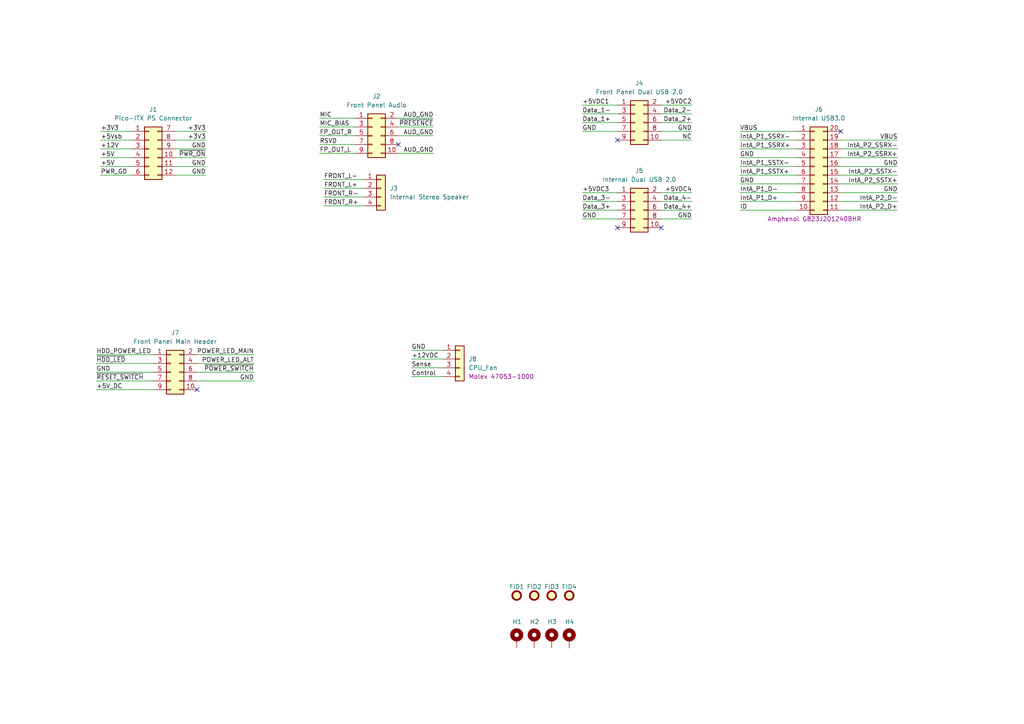
<source format=kicad_sch>
(kicad_sch (version 20230121) (generator eeschema)
  (paper "A4")
  (title_block (title "${boardName}") (rev "${revision}") (comment 8 "${reference}") (comment 9 "${designer}"))
  (lib_symbols
    (symbol "Connector_Generic:Conn_01x04" (pin_names (offset 1.016) hide)
      (property "Reference" "J" (at 0 5.08 0))
      (property "Value" "Conn_01x04" (at 0 -7.62 0))
      (symbol "Conn_01x04_1_1"
        (rectangle (start -1.27 -4.953) (end 0 -5.207) (stroke (width 0.1524)))
        (rectangle (start -1.27 -2.413) (end 0 -2.667) (stroke (width 0.1524)))
        (rectangle (start -1.27 0.127) (end 0 -0.127) (stroke (width 0.1524)))
        (rectangle (start -1.27 2.667) (end 0 2.413) (stroke (width 0.1524)))
        (rectangle (start -1.27 3.81) (end 1.27 -6.35) (stroke (width 0.254)) (fill (type background)))
        (pin passive line (at -5.08 2.54 0) (length 3.81) (name "Pin_1") (number "1"))
        (pin passive line (at -5.08 0 0) (length 3.81) (name "Pin_2") (number "2"))
        (pin passive line (at -5.08 -2.54 0) (length 3.81) (name "Pin_3") (number "3"))
        (pin passive line (at -5.08 -5.08 0) (length 3.81) (name "Pin_4") (number "4"))
      )
    )
    (symbol "Connector_Generic:Conn_02x05_Odd_Even" (pin_names (offset 1.016) hide)
      (property "Reference" "J" (at 1.27 7.62 0))
      (property "Value" "Conn_02x05_Odd_Even" (at 1.27 -7.62 0))
      (symbol "Conn_02x05_Odd_Even_1_1"
        (rectangle (start -1.27 -4.953) (end 0 -5.207) (stroke (width 0.1524)))
        (rectangle (start -1.27 -2.413) (end 0 -2.667) (stroke (width 0.1524)))
        (rectangle (start -1.27 0.127) (end 0 -0.127) (stroke (width 0.1524)))
        (rectangle (start -1.27 2.667) (end 0 2.413) (stroke (width 0.1524)))
        (rectangle (start -1.27 5.207) (end 0 4.953) (stroke (width 0.1524)))
        (rectangle (start -1.27 6.35) (end 3.81 -6.35) (stroke (width 0.254)) (fill (type background)))
        (rectangle (start 3.81 -4.953) (end 2.54 -5.207) (stroke (width 0.1524)))
        (rectangle (start 3.81 -2.413) (end 2.54 -2.667) (stroke (width 0.1524)))
        (rectangle (start 3.81 0.127) (end 2.54 -0.127) (stroke (width 0.1524)))
        (rectangle (start 3.81 2.667) (end 2.54 2.413) (stroke (width 0.1524)))
        (rectangle (start 3.81 5.207) (end 2.54 4.953) (stroke (width 0.1524)))
        (pin passive line (at -5.08 5.08 0) (length 3.81) (name "Pin_1") (number "1"))
        (pin passive line (at 7.62 -5.08 180) (length 3.81) (name "Pin_10") (number "10"))
        (pin passive line (at 7.62 5.08 180) (length 3.81) (name "Pin_2") (number "2"))
        (pin passive line (at -5.08 2.54 0) (length 3.81) (name "Pin_3") (number "3"))
        (pin passive line (at 7.62 2.54 180) (length 3.81) (name "Pin_4") (number "4"))
        (pin passive line (at -5.08 0 0) (length 3.81) (name "Pin_5") (number "5"))
        (pin passive line (at 7.62 0 180) (length 3.81) (name "Pin_6") (number "6"))
        (pin passive line (at -5.08 -2.54 0) (length 3.81) (name "Pin_7") (number "7"))
        (pin passive line (at 7.62 -2.54 180) (length 3.81) (name "Pin_8") (number "8"))
        (pin passive line (at -5.08 -5.08 0) (length 3.81) (name "Pin_9") (number "9"))
      )
    )
    (symbol "Connector_Generic:Conn_02x06_Top_Bottom" (pin_names (offset 1.016) hide)
      (property "Reference" "J" (at 1.27 7.62 0))
      (property "Value" "Conn_02x06_Top_Bottom" (at 1.27 -10.16 0))
      (symbol "Conn_02x06_Top_Bottom_1_1"
        (rectangle (start -1.27 -7.493) (end 0 -7.747) (stroke (width 0.1524)))
        (rectangle (start -1.27 -4.953) (end 0 -5.207) (stroke (width 0.1524)))
        (rectangle (start -1.27 -2.413) (end 0 -2.667) (stroke (width 0.1524)))
        (rectangle (start -1.27 0.127) (end 0 -0.127) (stroke (width 0.1524)))
        (rectangle (start -1.27 2.667) (end 0 2.413) (stroke (width 0.1524)))
        (rectangle (start -1.27 5.207) (end 0 4.953) (stroke (width 0.1524)))
        (rectangle (start -1.27 6.35) (end 3.81 -8.89) (stroke (width 0.254)) (fill (type background)))
        (rectangle (start 3.81 -7.493) (end 2.54 -7.747) (stroke (width 0.1524)))
        (rectangle (start 3.81 -4.953) (end 2.54 -5.207) (stroke (width 0.1524)))
        (rectangle (start 3.81 -2.413) (end 2.54 -2.667) (stroke (width 0.1524)))
        (rectangle (start 3.81 0.127) (end 2.54 -0.127) (stroke (width 0.1524)))
        (rectangle (start 3.81 2.667) (end 2.54 2.413) (stroke (width 0.1524)))
        (rectangle (start 3.81 5.207) (end 2.54 4.953) (stroke (width 0.1524)))
        (pin passive line (at -5.08 5.08 0) (length 3.81) (name "Pin_1") (number "1"))
        (pin passive line (at 7.62 -2.54 180) (length 3.81) (name "Pin_10") (number "10"))
        (pin passive line (at 7.62 -5.08 180) (length 3.81) (name "Pin_11") (number "11"))
        (pin passive line (at 7.62 -7.62 180) (length 3.81) (name "Pin_12") (number "12"))
        (pin passive line (at -5.08 2.54 0) (length 3.81) (name "Pin_2") (number "2"))
        (pin passive line (at -5.08 0 0) (length 3.81) (name "Pin_3") (number "3"))
        (pin passive line (at -5.08 -2.54 0) (length 3.81) (name "Pin_4") (number "4"))
        (pin passive line (at -5.08 -5.08 0) (length 3.81) (name "Pin_5") (number "5"))
        (pin passive line (at -5.08 -7.62 0) (length 3.81) (name "Pin_6") (number "6"))
        (pin passive line (at 7.62 5.08 180) (length 3.81) (name "Pin_7") (number "7"))
        (pin passive line (at 7.62 2.54 180) (length 3.81) (name "Pin_8") (number "8"))
        (pin passive line (at 7.62 0 180) (length 3.81) (name "Pin_9") (number "9"))
      )
    )
    (symbol "Connector_Generic:Conn_02x10_Counter_Clockwise" (pin_names (offset 1.016) hide)
      (property "Reference" "J" (at 1.27 12.7 0))
      (property "Value" "Conn_02x10_Counter_Clockwise" (at 1.27 -15.24 0))
      (symbol "Conn_02x10_Counter_Clockwise_1_1"
        (rectangle (start -1.27 -12.573) (end 0 -12.827) (stroke (width 0.1524)))
        (rectangle (start -1.27 -10.033) (end 0 -10.287) (stroke (width 0.1524)))
        (rectangle (start -1.27 -7.493) (end 0 -7.747) (stroke (width 0.1524)))
        (rectangle (start -1.27 -4.953) (end 0 -5.207) (stroke (width 0.1524)))
        (rectangle (start -1.27 -2.413) (end 0 -2.667) (stroke (width 0.1524)))
        (rectangle (start -1.27 0.127) (end 0 -0.127) (stroke (width 0.1524)))
        (rectangle (start -1.27 2.667) (end 0 2.413) (stroke (width 0.1524)))
        (rectangle (start -1.27 5.207) (end 0 4.953) (stroke (width 0.1524)))
        (rectangle (start -1.27 7.747) (end 0 7.493) (stroke (width 0.1524)))
        (rectangle (start -1.27 10.287) (end 0 10.033) (stroke (width 0.1524)))
        (rectangle (start -1.27 11.43) (end 3.81 -13.97) (stroke (width 0.254)) (fill (type background)))
        (rectangle (start 3.81 -12.573) (end 2.54 -12.827) (stroke (width 0.1524)))
        (rectangle (start 3.81 -10.033) (end 2.54 -10.287) (stroke (width 0.1524)))
        (rectangle (start 3.81 -7.493) (end 2.54 -7.747) (stroke (width 0.1524)))
        (rectangle (start 3.81 -4.953) (end 2.54 -5.207) (stroke (width 0.1524)))
        (rectangle (start 3.81 -2.413) (end 2.54 -2.667) (stroke (width 0.1524)))
        (rectangle (start 3.81 0.127) (end 2.54 -0.127) (stroke (width 0.1524)))
        (rectangle (start 3.81 2.667) (end 2.54 2.413) (stroke (width 0.1524)))
        (rectangle (start 3.81 5.207) (end 2.54 4.953) (stroke (width 0.1524)))
        (rectangle (start 3.81 7.747) (end 2.54 7.493) (stroke (width 0.1524)))
        (rectangle (start 3.81 10.287) (end 2.54 10.033) (stroke (width 0.1524)))
        (pin passive line (at -5.08 10.16 0) (length 3.81) (name "Pin_1") (number "1"))
        (pin passive line (at -5.08 -12.7 0) (length 3.81) (name "Pin_10") (number "10"))
        (pin passive line (at 7.62 -12.7 180) (length 3.81) (name "Pin_11") (number "11"))
        (pin passive line (at 7.62 -10.16 180) (length 3.81) (name "Pin_12") (number "12"))
        (pin passive line (at 7.62 -7.62 180) (length 3.81) (name "Pin_13") (number "13"))
        (pin passive line (at 7.62 -5.08 180) (length 3.81) (name "Pin_14") (number "14"))
        (pin passive line (at 7.62 -2.54 180) (length 3.81) (name "Pin_15") (number "15"))
        (pin passive line (at 7.62 0 180) (length 3.81) (name "Pin_16") (number "16"))
        (pin passive line (at 7.62 2.54 180) (length 3.81) (name "Pin_17") (number "17"))
        (pin passive line (at 7.62 5.08 180) (length 3.81) (name "Pin_18") (number "18"))
        (pin passive line (at 7.62 7.62 180) (length 3.81) (name "Pin_19") (number "19"))
        (pin passive line (at -5.08 7.62 0) (length 3.81) (name "Pin_2") (number "2"))
        (pin passive line (at 7.62 10.16 180) (length 3.81) (name "Pin_20") (number "20"))
        (pin passive line (at -5.08 5.08 0) (length 3.81) (name "Pin_3") (number "3"))
        (pin passive line (at -5.08 2.54 0) (length 3.81) (name "Pin_4") (number "4"))
        (pin passive line (at -5.08 0 0) (length 3.81) (name "Pin_5") (number "5"))
        (pin passive line (at -5.08 -2.54 0) (length 3.81) (name "Pin_6") (number "6"))
        (pin passive line (at -5.08 -5.08 0) (length 3.81) (name "Pin_7") (number "7"))
        (pin passive line (at -5.08 -7.62 0) (length 3.81) (name "Pin_8") (number "8"))
        (pin passive line (at -5.08 -10.16 0) (length 3.81) (name "Pin_9") (number "9"))
      )
    )
    (symbol "Mechanical:Fiducial"
      (property "Reference" "FID" (at 0 5.08 0))
      (property "Value" "Fiducial" (at 0 3.175 0))
      (symbol "Fiducial_0_1"
        (circle (center 0 0) (radius 1.27) (stroke (width 0.508)) (fill (type background)))
      )
    )
    (symbol "Mechanical:MountingHole_Pad" (pin_numbers hide) (pin_names (offset 1.016) hide)
      (property "Reference" "H" (at 0 6.35 0))
      (property "Value" "MountingHole_Pad" (at 0 4.445 0))
      (symbol "MountingHole_Pad_0_1"
        (circle (center 0 1.27) (radius 1.27) (stroke (width 1.27)))
      )
      (symbol "MountingHole_Pad_1_1"
        (pin input line (at 0 -2.54 90) (length 2.54) (name "1") (number "1"))
      )
    )
  )
  (no_connect (at 191.77 66.04))
  (no_connect (at 179.07 66.04))
  (no_connect (at 179.07 40.64))
  (no_connect (at 115.57 41.91))
  (no_connect (at 57.15 113.03))
  (no_connect (at 243.84 38.1))
  (wire (pts (xy 119.38 104.14) (xy 128.27 104.14)))
  (wire (pts (xy 214.63 38.1) (xy 231.14 38.1)))
  (wire (pts (xy 93.98 59.69) (xy 105.41 59.69)))
  (wire (pts (xy 214.63 60.96) (xy 231.14 60.96)))
  (wire (pts (xy 29.21 50.8) (xy 38.1 50.8)))
  (wire (pts (xy 57.15 105.41) (xy 73.66 105.41)))
  (wire (pts (xy 92.71 44.45) (xy 102.87 44.45)))
  (wire (pts (xy 191.77 60.96) (xy 200.66 60.96)))
  (wire (pts (xy 115.57 39.37) (xy 125.73 39.37)))
  (wire (pts (xy 50.8 48.26) (xy 59.69 48.26)))
  (wire (pts (xy 243.84 50.8) (xy 260.35 50.8)))
  (wire (pts (xy 119.38 109.22) (xy 128.27 109.22)))
  (wire (pts (xy 27.94 110.49) (xy 44.45 110.49)))
  (wire (pts (xy 29.21 45.72) (xy 38.1 45.72)))
  (wire (pts (xy 168.91 38.1) (xy 179.07 38.1)))
  (wire (pts (xy 50.8 43.18) (xy 59.69 43.18)))
  (wire (pts (xy 168.91 63.5) (xy 179.07 63.5)))
  (wire (pts (xy 243.84 55.88) (xy 260.35 55.88)))
  (wire (pts (xy 191.77 30.48) (xy 200.66 30.48)))
  (wire (pts (xy 57.15 107.95) (xy 73.66 107.95)))
  (wire (pts (xy 214.63 48.26) (xy 231.14 48.26)))
  (wire (pts (xy 168.91 60.96) (xy 179.07 60.96)))
  (wire (pts (xy 27.94 107.95) (xy 44.45 107.95)))
  (wire (pts (xy 243.84 48.26) (xy 260.35 48.26)))
  (wire (pts (xy 243.84 40.64) (xy 260.35 40.64)))
  (wire (pts (xy 27.94 105.41) (xy 44.45 105.41)))
  (wire (pts (xy 243.84 58.42) (xy 260.35 58.42)))
  (wire (pts (xy 214.63 50.8) (xy 231.14 50.8)))
  (wire (pts (xy 27.94 102.87) (xy 44.45 102.87)))
  (wire (pts (xy 243.84 45.72) (xy 260.35 45.72)))
  (wire (pts (xy 50.8 50.8) (xy 59.69 50.8)))
  (wire (pts (xy 92.71 36.83) (xy 102.87 36.83)))
  (wire (pts (xy 168.91 55.88) (xy 179.07 55.88)))
  (wire (pts (xy 50.8 45.72) (xy 59.69 45.72)))
  (wire (pts (xy 92.71 39.37) (xy 102.87 39.37)))
  (wire (pts (xy 214.63 40.64) (xy 231.14 40.64)))
  (wire (pts (xy 29.21 43.18) (xy 38.1 43.18)))
  (wire (pts (xy 168.91 30.48) (xy 179.07 30.48)))
  (wire (pts (xy 243.84 53.34) (xy 260.35 53.34)))
  (wire (pts (xy 191.77 33.02) (xy 200.66 33.02)))
  (wire (pts (xy 29.21 40.64) (xy 38.1 40.64)))
  (wire (pts (xy 93.98 52.07) (xy 105.41 52.07)))
  (wire (pts (xy 27.94 113.03) (xy 44.45 113.03)))
  (wire (pts (xy 119.38 106.68) (xy 128.27 106.68)))
  (wire (pts (xy 214.63 53.34) (xy 231.14 53.34)))
  (wire (pts (xy 214.63 58.42) (xy 231.14 58.42)))
  (wire (pts (xy 191.77 63.5) (xy 200.66 63.5)))
  (wire (pts (xy 29.21 38.1) (xy 38.1 38.1)))
  (wire (pts (xy 92.71 34.29) (xy 102.87 34.29)))
  (wire (pts (xy 168.91 35.56) (xy 179.07 35.56)))
  (wire (pts (xy 115.57 44.45) (xy 125.73 44.45)))
  (wire (pts (xy 191.77 40.64) (xy 200.66 40.64)))
  (wire (pts (xy 57.15 102.87) (xy 73.66 102.87)))
  (wire (pts (xy 50.8 40.64) (xy 59.69 40.64)))
  (wire (pts (xy 214.63 45.72) (xy 231.14 45.72)))
  (wire (pts (xy 92.71 41.91) (xy 102.87 41.91)))
  (wire (pts (xy 168.91 58.42) (xy 179.07 58.42)))
  (wire (pts (xy 243.84 60.96) (xy 260.35 60.96)))
  (wire (pts (xy 115.57 34.29) (xy 125.73 34.29)))
  (wire (pts (xy 57.15 110.49) (xy 73.66 110.49)))
  (wire (pts (xy 191.77 58.42) (xy 200.66 58.42)))
  (wire (pts (xy 191.77 35.56) (xy 200.66 35.56)))
  (wire (pts (xy 93.98 57.15) (xy 105.41 57.15)))
  (wire (pts (xy 29.21 48.26) (xy 38.1 48.26)))
  (wire (pts (xy 191.77 38.1) (xy 200.66 38.1)))
  (wire (pts (xy 214.63 43.18) (xy 231.14 43.18)))
  (wire (pts (xy 243.84 43.18) (xy 260.35 43.18)))
  (wire (pts (xy 115.57 36.83) (xy 125.73 36.83)))
  (wire (pts (xy 168.91 33.02) (xy 179.07 33.02)))
  (wire (pts (xy 214.63 55.88) (xy 231.14 55.88)))
  (wire (pts (xy 50.8 38.1) (xy 59.69 38.1)))
  (wire (pts (xy 119.38 101.6) (xy 128.27 101.6)))
  (wire (pts (xy 191.77 55.88) (xy 200.66 55.88)))
  (wire (pts (xy 93.98 54.61) (xy 105.41 54.61)))
  (label "GND" (at 214.63 53.34 0))
  (label "POWER_LED_ALT" (at 73.66 105.41 180))
  (label "+5VDC2" (at 200.66 30.48 180))
  (label "GND" (at 59.69 43.18 180))
  (label "Data_2-" (at 200.66 33.02 180))
  (label "IntA_P2_D+" (at 260.35 60.96 180))
  (label "+3V3" (at 59.69 38.1 180))
  (label "IntA_P2_D-" (at 260.35 58.42 180))
  (label "+5VDC1" (at 168.91 30.48 0))
  (label "Data_2+" (at 200.66 35.56 180))
  (label "Data_4-" (at 200.66 58.42 180))
  (label "IntA_P1_SSRX+" (at 214.63 43.18 0))
  (label "FRONT_R+" (at 93.98 59.69 0))
  (label "GND" (at 260.35 55.88 180))
  (label "FRONT_R-" (at 93.98 57.15 0))
  (label "IntA_P1_SSTX-" (at 214.63 48.26 0))
  (label "HDD_POWER_LED" (at 27.94 102.87 0))
  (label "IntA_P1_D+" (at 214.63 58.42 0))
  (label "GND" (at 59.69 48.26 180))
  (label "GND" (at 214.63 45.72 0))
  (label "+5Vsb" (at 29.21 40.64 0))
  (label "VBUS" (at 260.35 40.64 180))
  (label "Data_1-" (at 168.91 33.02 0))
  (label "~{POWER_SWITCH}" (at 73.66 107.95 180))
  (label "+5VDC4" (at 200.66 55.88 180))
  (label "Data_3-" (at 168.91 58.42 0))
  (label "AUD_GND" (at 125.73 44.45 180))
  (label "IntA_P2_SSRX+" (at 260.35 45.72 180))
  (label "Sense" (at 119.38 106.68 0))
  (label "IntA_P1_D-" (at 214.63 55.88 0))
  (label "NC" (at 200.66 40.64 180))
  (label "IntA_P2_SSTX+" (at 260.35 53.34 180))
  (label "FP_OUT_R" (at 92.71 39.37 0))
  (label "+12V" (at 29.21 43.18 0))
  (label "GND" (at 200.66 38.1 180))
  (label "Data_3+" (at 168.91 60.96 0))
  (label "AUD_GND" (at 125.73 39.37 180))
  (label "+3V3" (at 29.21 38.1 0))
  (label "FRONT_L-" (at 93.98 52.07 0))
  (label "RSVD" (at 92.71 41.91 0))
  (label "GND" (at 168.91 38.1 0))
  (label "~{PWR_ON}" (at 59.69 45.72 180))
  (label "VBUS" (at 214.63 38.1 0))
  (label "+3V3" (at 59.69 40.64 180))
  (label "GND" (at 119.38 101.6 0))
  (label "IntA_P1_SSRX-" (at 214.63 40.64 0))
  (label "~{RESET_SWITCH}" (at 27.94 110.49 0))
  (label "+5VDC3" (at 168.91 55.88 0))
  (label "GND" (at 59.69 50.8 180))
  (label "+12VDC" (at 119.38 104.14 0))
  (label "~{PRESENCE}" (at 125.73 36.83 180))
  (label "IntA_P2_SSTX-" (at 260.35 50.8 180))
  (label "MIC" (at 92.71 34.29 0))
  (label "FRONT_L+" (at 93.98 54.61 0))
  (label "POWER_LED_MAIN" (at 73.66 102.87 180))
  (label "IntA_P1_SSTX+" (at 214.63 50.8 0))
  (label "AUD_GND" (at 125.73 34.29 180))
  (label "GND" (at 73.66 110.49 180))
  (label "MIC_BIAS" (at 92.71 36.83 0))
  (label "FP_OUT_L" (at 92.71 44.45 0))
  (label "Data_1+" (at 168.91 35.56 0))
  (label "GND" (at 168.91 63.5 0))
  (label "IntA_P2_SSRX-" (at 260.35 43.18 180))
  (label "ID" (at 214.63 60.96 0))
  (label "Data_4+" (at 200.66 60.96 180))
  (label "+5V_DC" (at 27.94 113.03 0))
  (label "+5V" (at 29.21 48.26 0))
  (label "GND" (at 200.66 63.5 180))
  (label "Control" (at 119.38 109.22 0))
  (label "GND" (at 27.94 107.95 0))
  (label "PWR_GD" (at 29.21 50.8 0))
  (label "+5V" (at 29.21 45.72 0))
  (label "~{HDD_LED}" (at 27.94 105.41 0))
  (label "GND" (at 260.35 48.26 180))
  (symbol (lib_id "Connector_Generic:Conn_02x05_Odd_Even") (at 184.15 60.96 0) (unit 1)
    (property "Reference" "J5" (at 185.42 49.53 0))
    (property "Value" "Internal Dual USB 2.0" (at 185.42 52.07 0))
    (property "Footprint" "Connector_PinHeader_2.54mm:PinHeader_2x05_P2.54mm_Vertical" (effects hide))
  )
  (symbol (lib_id "Mechanical:MountingHole_Pad") (at 160.02 185.42 0) (unit 1) (in_bom no)
    (property "Reference" "H3" (at 158.75 180.34 0) (effects (justify left)))
    (property "Footprint" "MountingHole:MountingHole_3.2mm_M3_ISO7380_Pad" (effects hide))
    (property "Sim.Enable" "0" (effects hide))
  )
  (symbol (lib_id "Mechanical:Fiducial") (at 165.1 172.72 0) (unit 1)
    (property "Reference" "FID4" (at 165.1 170.18 0))
    (property "Value" "Fiducial" (effects hide))
    (property "Footprint" "Fiducial:Fiducial_1mm_Mask2mm" (effects hide))
  )
  (symbol (lib_id "Mechanical:MountingHole_Pad") (at 149.86 185.42 0) (unit 1) (in_bom no)
    (property "Reference" "H1" (at 148.59 180.34 0) (effects (justify left)))
    (property "Footprint" "MountingHole:MountingHole_3.2mm_M3_ISO7380_Pad" (effects hide))
    (property "Sim.Enable" "0" (effects hide))
  )
  (symbol (lib_id "Mechanical:MountingHole_Pad") (at 154.94 185.42 0) (unit 1) (in_bom no)
    (property "Reference" "H2" (at 153.67 180.34 0) (effects (justify left)))
    (property "Footprint" "MountingHole:MountingHole_3.2mm_M3_ISO7380_Pad" (effects hide))
    (property "Sim.Enable" "0" (effects hide))
  )
  (symbol (lib_id "Mechanical:Fiducial") (at 160.02 172.72 0) (unit 1)
    (property "Reference" "FID3" (at 160.02 170.18 0))
    (property "Value" "Fiducial" (effects hide))
    (property "Footprint" "Fiducial:Fiducial_1mm_Mask2mm" (effects hide))
  )
  (symbol (lib_id "Connector_Generic:Conn_01x04") (at 133.35 104.14 0) (unit 1)
    (property "Reference" "J8" (at 135.89 104.14 0) (effects (justify left)))
    (property "Value" "CPU_Fan" (at 135.89 106.68 0) (effects (justify left)))
    (property "Footprint" "Connector:FanPinHeader_1x04_P2.54mm_Vertical" (effects hide))
    (property "Part Nb" "Molex 47053-1000" (at 135.89 109.22 0) (effects (justify left)))
  )
  (symbol (lib_id "Connector_Generic:Conn_01x04") (at 110.49 54.61 0) (unit 1)
    (property "Reference" "J3" (at 113.03 54.61 0) (effects (justify left)))
    (property "Value" "Internal Stereo Speaker" (at 113.03 57.15 0) (effects (justify left)))
    (property "Footprint" "Connector_Computer:CS_JS-1125-04_1x04_P2.00mm_Vertical" (effects hide))
  )
  (symbol (lib_id "Mechanical:MountingHole_Pad") (at 165.1 185.42 0) (unit 1) (in_bom no)
    (property "Reference" "H4" (at 163.83 180.34 0) (effects (justify left)))
    (property "Footprint" "MountingHole:MountingHole_3.2mm_M3_ISO7380_Pad" (effects hide))
    (property "Sim.Enable" "0" (effects hide))
  )
  (symbol (lib_id "Connector_Generic:Conn_02x10_Counter_Clockwise") (at 236.22 48.26 0) (unit 1)
    (property "Reference" "J6" (at 237.49 31.75 0))
    (property "Value" "Internal USB3.0" (at 237.49 34.29 0))
    (property "Footprint" "Connector_Computer:Amphenol_G823J201xx0xHR_2x10_P2.00mm_Vertical" (effects hide))
    (property "Part Nb" "Amphenol G823J201240BHR" (at 236.22 63.5 0))
  )
  (symbol (lib_id "Connector_Generic:Conn_02x05_Odd_Even") (at 107.95 39.37 0) (unit 1)
    (property "Reference" "J2" (at 109.22 27.94 0))
    (property "Value" "Front Panel Audio" (at 109.22 30.48 0))
    (property "Footprint" "Connector_PinHeader_2.54mm:PinHeader_2x05_P2.54mm_Vertical" (effects hide))
  )
  (symbol (lib_id "Mechanical:Fiducial") (at 149.86 172.72 0) (unit 1)
    (property "Reference" "FID1" (at 149.86 170.18 0))
    (property "Value" "Fiducial" (effects hide))
    (property "Footprint" "Fiducial:Fiducial_1mm_Mask2mm" (effects hide))
  )
  (symbol (lib_id "Connector_Generic:Conn_02x06_Top_Bottom") (at 43.18 43.18 0) (unit 1)
    (property "Reference" "J1" (at 44.45 31.75 0))
    (property "Value" "Pico-ITX PS Connector" (at 44.45 34.29 0))
  )
  (symbol (lib_id "Connector_Generic:Conn_02x05_Odd_Even") (at 184.15 35.56 0) (unit 1)
    (property "Reference" "J4" (at 185.42 24.13 0))
    (property "Value" "Front Panel Dual USB 2.0" (at 185.42 26.67 0))
    (property "Footprint" "Connector_PinHeader_2.54mm:PinHeader_2x05_P2.54mm_Vertical" (effects hide))
  )
  (symbol (lib_id "Mechanical:Fiducial") (at 154.94 172.72 0) (unit 1)
    (property "Reference" "FID2" (at 154.94 170.18 0))
    (property "Value" "Fiducial" (effects hide))
    (property "Footprint" "Fiducial:Fiducial_1mm_Mask2mm" (effects hide))
  )
  (symbol (lib_id "Connector_Generic:Conn_02x05_Odd_Even") (at 49.53 107.95 0) (unit 1)
    (property "Reference" "J7" (at 50.8 96.52 0))
    (property "Value" "Front Panel Main Header" (at 50.8 99.06 0))
    (property "Footprint" "Connector_PinHeader_2.54mm:PinHeader_2x05_P2.54mm_Vertical" (effects hide))
  )
)
</source>
